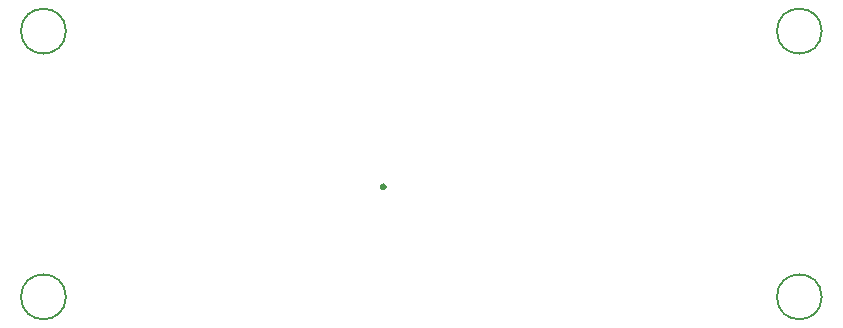
<source format=gbr>
%TF.GenerationSoftware,KiCad,Pcbnew,8.0.1*%
%TF.CreationDate,2025-02-03T01:20:01-05:00*%
%TF.ProjectId,glove-v3.1,676c6f76-652d-4763-932e-312e6b696361,rev?*%
%TF.SameCoordinates,Original*%
%TF.FileFunction,Other,Comment*%
%FSLAX46Y46*%
G04 Gerber Fmt 4.6, Leading zero omitted, Abs format (unit mm)*
G04 Created by KiCad (PCBNEW 8.0.1) date 2025-02-03 01:20:01*
%MOMM*%
%LPD*%
G01*
G04 APERTURE LIST*
%ADD10C,0.150000*%
%ADD11C,0.300000*%
G04 APERTURE END LIST*
D10*
%TO.C,REF\u002A\u002A*%
X115950000Y-34550000D02*
G75*
G02*
X112150000Y-34550000I-1900000J0D01*
G01*
X112150000Y-34550000D02*
G75*
G02*
X115950000Y-34550000I1900000J0D01*
G01*
X179950000Y-57050000D02*
G75*
G02*
X176150000Y-57050000I-1900000J0D01*
G01*
X176150000Y-57050000D02*
G75*
G02*
X179950000Y-57050000I1900000J0D01*
G01*
X115950000Y-57050000D02*
G75*
G02*
X112150000Y-57050000I-1900000J0D01*
G01*
X112150000Y-57050000D02*
G75*
G02*
X115950000Y-57050000I1900000J0D01*
G01*
D11*
%TO.C,U2*%
X142960000Y-47740000D02*
G75*
G02*
X142660000Y-47740000I-150000J0D01*
G01*
X142660000Y-47740000D02*
G75*
G02*
X142960000Y-47740000I150000J0D01*
G01*
D10*
%TO.C,REF\u002A\u002A*%
X179950000Y-34550000D02*
G75*
G02*
X176150000Y-34550000I-1900000J0D01*
G01*
X176150000Y-34550000D02*
G75*
G02*
X179950000Y-34550000I1900000J0D01*
G01*
%TD*%
M02*

</source>
